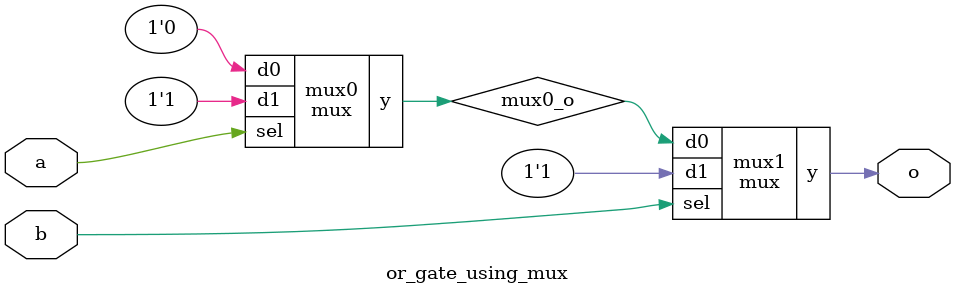
<source format=sv>

module mux
(
  input  d0, d1,
  input  sel,
  output y
);

  assign y = sel ? d1 : d0;

endmodule

//----------------------------------------------------------------------------
// Task
//----------------------------------------------------------------------------

module or_gate_using_mux
(
    input  a,
    input  b,
    output o
);

  // Task:

  // Implement or gate using instance(s) of mux,
  // constants 0 and 1, and wire connections

  wire mux0_o;

  mux mux0(.d0(1'b0), .d1(1'b1), .sel(a), .y(mux0_o));
  mux mux1(.d0(mux0_o), .d1(1'b1), .sel(b), .y(o));

endmodule

</source>
